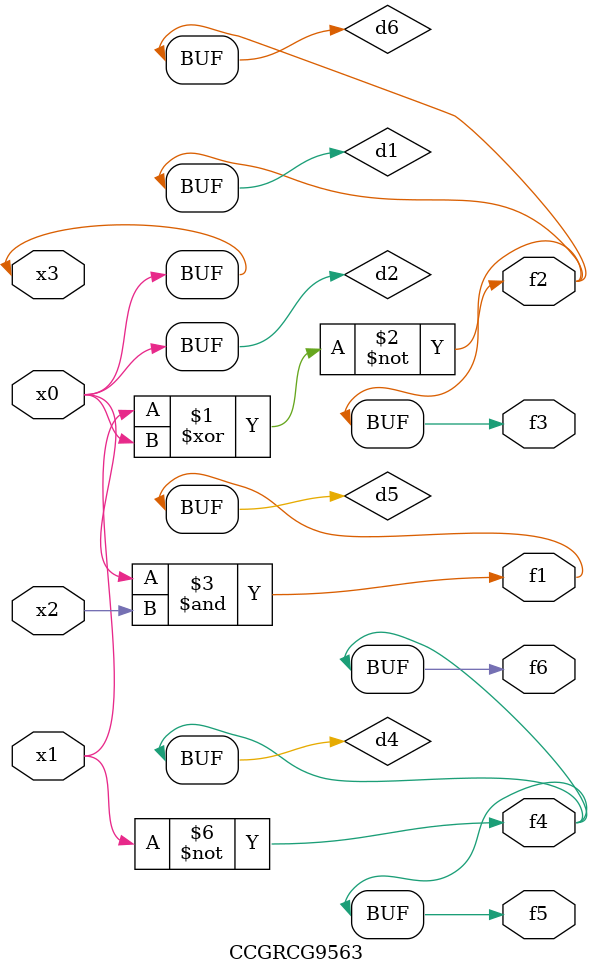
<source format=v>
module CCGRCG9563(
	input x0, x1, x2, x3,
	output f1, f2, f3, f4, f5, f6
);

	wire d1, d2, d3, d4, d5, d6;

	xnor (d1, x1, x3);
	buf (d2, x0, x3);
	nand (d3, x0, x2);
	not (d4, x1);
	nand (d5, d3);
	or (d6, d1);
	assign f1 = d5;
	assign f2 = d6;
	assign f3 = d6;
	assign f4 = d4;
	assign f5 = d4;
	assign f6 = d4;
endmodule

</source>
